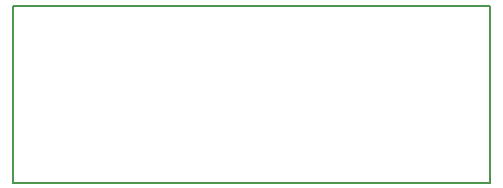
<source format=gm1>
G04 #@! TF.GenerationSoftware,KiCad,Pcbnew,5.0.2-bee76a0~70~ubuntu16.04.1*
G04 #@! TF.CreationDate,2019-03-07T18:54:15-05:00*
G04 #@! TF.ProjectId,lna,6c6e612e-6b69-4636-9164-5f7063625858,rev?*
G04 #@! TF.SameCoordinates,Original*
G04 #@! TF.FileFunction,Profile,NP*
%FSLAX46Y46*%
G04 Gerber Fmt 4.6, Leading zero omitted, Abs format (unit mm)*
G04 Created by KiCad (PCBNEW 5.0.2-bee76a0~70~ubuntu16.04.1) date Thu 07 Mar 2019 06:54:15 PM EST*
%MOMM*%
%LPD*%
G01*
G04 APERTURE LIST*
%ADD10C,0.150000*%
G04 APERTURE END LIST*
D10*
X70612000Y-83820000D02*
X70612000Y-68834000D01*
X110998000Y-83820000D02*
X70612000Y-83820000D01*
X110998000Y-68834000D02*
X110998000Y-83820000D01*
X70612000Y-68834000D02*
X110998000Y-68834000D01*
M02*

</source>
